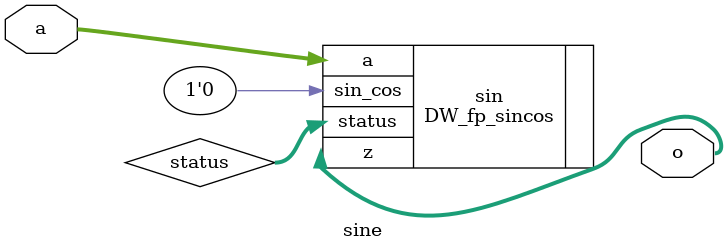
<source format=v>
module sine (
    input [15:0] a,
    output [15:0] o
);

wire [7:0] status;

DW_fp_sincos #(
    .sig_width(7),
    .exp_width(8),
    .ieee_compliance(1'b1)
) sin (
    .a(a),
    .sin_cos(1'b0),
    .z(o),
    .status(status)
);

endmodule

</source>
